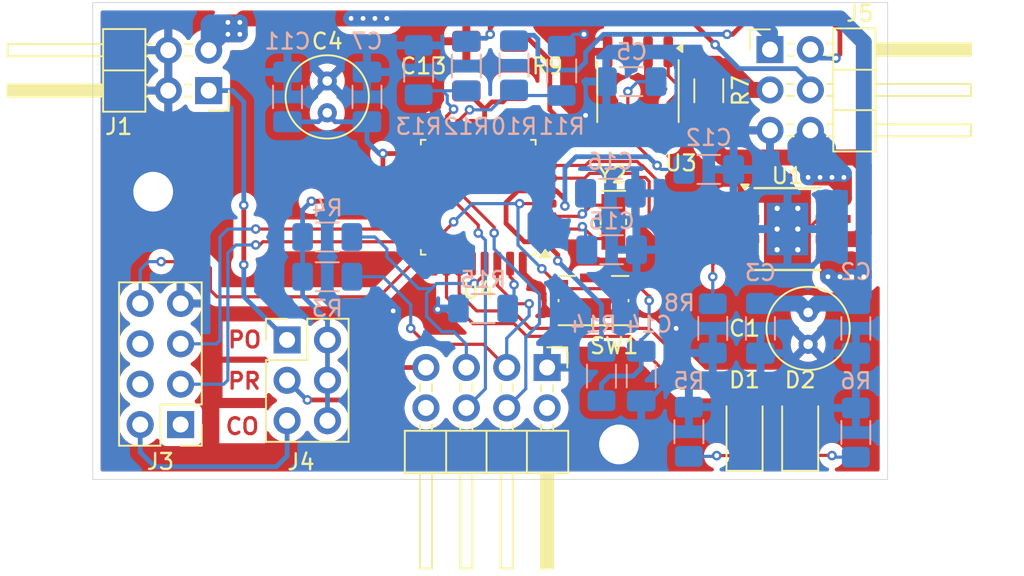
<source format=kicad_pcb>
(kicad_pcb (version 20240108) (generator "pcbnew") (generator_version "8.0")
  (layers (0 "F.Cu" signal) (31 "B.Cu" signal) (34 "B.Paste" user) (35 "F.Paste" user) (36 "B.SilkS" user "B.Silkscreen") (37 "F.SilkS" user "F.Silkscreen") (38 "B.Mask" user) (39 "F.Mask" user) (44 "Edge.Cuts" user))
  (net 0 "")
  (net 1 "+12P")
  (net 2 "GND")
  (net 3 "+3.3VP")
  (net 4 "/Power_and_IO/CURRENT_MEAS")
  (net 5 "/mcu/NRST")
  (net 6 "/mcu/OSC_IN")
  (net 7 "/mcu/OSC_OUT")
  (net 8 "/Power_and_IO/LED_GREEN")
  (net 9 "Net-(D1-K)")
  (net 10 "Net-(D2-K)")
  (net 11 "/Power_and_IO/LED_RED")
  (net 12 "+3.3V")
  (net 13 "/mcu/UART_RX")
  (net 14 "/Power_and_IO/SDA")
  (net 17 "/mcu/UART_TX")
  (net 18 "/Power_and_IO/SCL")
  (net 19 "VD")
  (net 21 "VDD")
  (net 22 "/mcu/SWDIO")
  (net 24 "+3.3VA")
  (net 25 "/mcu/SWCLK")
  (net 26 "/Power_and_IO/PULSE_02_12V")
  (net 27 "/Power_and_IO/OUT1")
  (net 28 "/Power_and_IO/OUT2")
  (net 29 "/Power_and_IO/PULSE_01_12V")
  (net 30 "/mcu/BOOT0")
  (net 31 "/Power_and_IO/I_LIM")
  (net 32 "/Power_and_IO/OUT1+")
  (net 33 "/Power_and_IO/PULSE_01_3v3")
  (net 34 "/Power_and_IO/AMP_SIG")
  (net 35 "/Power_and_IO/PULSE_02_3v3")
  (net 36 "/Power_and_IO/PWM1")
  (net 37 "/Power_and_IO/PWM2")
  (footprint "Package_SO:Texas_HTSOP-8-1EP_3.9x4.9mm_P1.27mm_EP2.95x4.9mm_Mask2.4x3.1mm_ThermalVias" (layer "F.Cu") (at 60.2 29.25)
    (property "Reference" "U1")
    (property "Value" "DRV8871DDA" (hide yes))
  )
  (footprint "Capacitor_THT:C_Radial_D5.0mm_H5.0mm_P2.00mm" (layer "F.Cu") (at 61.5 34.5 -90)
    (property "Reference" "C1")
    (property "Value" "47 uF" (hide yes))
  )
  (footprint "Crystal:Crystal_SMD_MicroCrystal_CC8V-T1A-2Pin_2.0x1.2mm_HandSoldering" (layer "F.Cu") (at 49.25 28.8 -90)
    (property "Reference" "Y2")
    (property "Value" "CM8V-T1A-32.768KHZ" (hide yes))
  )
  (footprint "Resistor_SMD:R_1206_3216Metric_Pad1.30x1.75mm_HandSolder" (layer "F.Cu") (at 55.25 20.55 90)
    (property "Reference" "R7")
    (property "Value" "0R006")
  )
  (footprint "LED_SMD:LED_1206_3216Metric_Pad1.42x1.75mm_HandSolder" (layer "F.Cu") (at 57.5 42 90)
    (property "Reference" "D1")
    (property "Value" "LED" (hide yes))
  )
  (footprint "Connector_PinHeader_2.54mm:PinHeader_2x04_P2.54mm_Horizontal" (layer "F.Cu") (at 45.08 37.96 -90)
    (property "Reference" "J2" (hide yes))
    (property "Value" "CONTROLLER IN/OUT" (hide yes))
  )
  (footprint "Connector_PinHeader_2.54mm:PinHeader_2x02_P2.54mm_Horizontal" (layer "F.Cu") (at 23.79 20.54 180)
    (property "Reference" "J1")
    (property "Value" "POWER IN")
  )
  (footprint "Capacitor_SMD:C_1206_3216Metric_Pad1.33x1.80mm_HandSolder" (layer "F.Cu") (at 40 19 90)
    (property "Reference" "C13")
    (property "Value" "100 nF" (hide yes))
  )
  (footprint "Capacitor_THT:C_Radial_D5.0mm_H5.0mm_P2.00mm" (layer "F.Cu") (at 31.25 21.9375 90)
    (property "Reference" "C4")
    (property "Value" "10 uF" (hide yes))
  )
  (footprint "Package_QFP:LQFP-32_7x7mm_P0.8mm" (layer "F.Cu") (at 40.75 27.25 180)
    (property "Reference" "U4")
    (property "Value" "STM32L051K8Tx" (hide yes))
  )
  (footprint "Connector_PinHeader_2.54mm:PinHeader_2x03_P2.54mm_Vertical" (layer "F.Cu") (at 28.725 36.225)
    (property "Reference" "J4")
    (property "Value" "SUPPLY SELECTOR" (hide yes))
  )
  (footprint "Connector_PinHeader_2.54mm:PinHeader_2x03_P2.54mm_Horizontal" (layer "F.Cu") (at 59.1 17.96)
    (property "Reference" "J5")
    (property "Value" "FAN I/O")
  )
  (footprint "Package_SO:SOIC-8_3.9x4.9mm_P1.27mm" (layer "F.Cu") (at 50.795 20.575 -90)
    (property "Reference" "U3")
    (property "Value" "INA240A3D")
  )
  (footprint "Resistor_SMD:R_1206_3216Metric_Pad1.30x1.75mm_HandSolder" (layer "F.Cu") (at 43 19 -90)
    (property "Reference" "R9")
    (property "Value" "100R" (hide yes))
  )
  (footprint "Button_Switch_SMD:SW_Push_1P1T-SH_NO_CK_KMR2xxG" (layer "F.Cu") (at 48 33.75)
    (property "Reference" "SW1")
    (property "Value" "RST_BUTTON" (hide yes))
  )
  (footprint "Connector_PinHeader_2.54mm:PinHeader_2x04_P2.54mm_Vertical" (layer "F.Cu") (at 22.025 41.55 180)
    (property "Reference" "J3")
    (property "Value" "PROGRAMMER" (hide yes))
  )
  (footprint "LED_SMD:LED_1206_3216Metric_Pad1.42x1.75mm_HandSolder" (layer "F.Cu") (at 61 42 90)
    (property "Reference" "D2")
    (property "Value" "LED" (hide yes))
  )
  (footprint "Capacitor_SMD:C_1206_3216Metric_Pad1.33x1.80mm_HandSolder" (layer "B.Cu") (at 49.0625 27)
    (property "Reference" "C16")
    (property "Value" "100 nF" (hide yes))
  )
  (footprint "Capacitor_SMD:C_1206_3216Metric_Pad1.33x1.80mm_HandSolder" (layer "B.Cu") (at 33.75 20.9375 90)
    (property "Reference" "C7")
    (property "Value" "100 nF" (hide yes))
  )
  (footprint "Capacitor_SMD:C_1206_3216Metric_Pad1.33x1.80mm_HandSolder" (layer "B.Cu") (at 58.5 35.5 -90)
    (property "Reference" "C3")
    (property "Value" "100 nF" (hide yes))
  )
  (footprint "Capacitor_SMD:C_1206_3216Metric_Pad1.33x1.80mm_HandSolder" (layer "B.Cu") (at 28.75 20.9375 90)
    (property "Reference" "C11")
    (property "Value" "100 nF" (hide yes))
  )
  (footprint "Capacitor_SMD:C_1206_3216Metric_Pad1.33x1.80mm_HandSolder" (layer "B.Cu") (at 64.5 35.5 -90)
    (property "Reference" "C2")
    (property "Value" "100 nF" (hide yes))
  )
  (footprint "Resistor_SMD:R_1206_3216Metric_Pad1.30x1.75mm_HandSolder" (layer "B.Cu") (at 64.5 42.05 90)
    (property "Reference" "R6")
    (property "Value" "220 R" (hide yes))
  )
  (footprint "Resistor_SMD:R_1206_3216Metric_Pad1.30x1.75mm_HandSolder" (layer "B.Cu") (at 41.05 34.25 180)
    (property "Reference" "R15")
    (property "Value" "10k" (hide yes))
  )
  (footprint "Resistor_SMD:R_1206_3216Metric_Pad1.30x1.75mm_HandSolder" (layer "B.Cu") (at 37 19.25 90)
    (property "Reference" "R13")
    (property "Value" "7.5k" (hide yes))
  )
  (footprint "Capacitor_SMD:C_1206_3216Metric_Pad1.33x1.80mm_HandSolder" (layer "B.Cu") (at 51 38.5 -90)
    (property "Reference" "C14")
    (property "Value" "100 nF" (hide yes))
  )
  (footprint "Resistor_SMD:R_1206_3216Metric_Pad1.30x1.75mm_HandSolder" (layer "B.Cu") (at 46 19.3 90)
    (property "Reference" "R11")
    (property "Value" "7.5k" (hide yes))
  )
  (footprint "Resistor_SMD:R_1206_3216Metric_Pad1.30x1.75mm_HandSolder" (layer "B.Cu") (at 54 42 90)
    (property "Reference" "R5")
    (property "Value" "220 R" (hide yes))
  )
  (footprint "Resistor_SMD:R_1206_3216Metric_Pad1.30x1.75mm_HandSolder" (layer "B.Cu") (at 31.25 29.75 180)
    (property "Reference" "R4")
    (property "Value" "4.7k" (hide yes))
  )
  (footprint "Resistor_SMD:R_1206_3216Metric_Pad1.30x1.75mm_HandSolder" (layer "B.Cu") (at 43 18.95 -90)
    (property "Reference" "R10")
    (property "Value" "22k" (hide yes))
  )
  (footprint "Resistor_SMD:R_1206_3216Metric_Pad1.30x1.75mm_HandSolder" (layer "B.Cu") (at 31.25 32.25 180)
    (property "Reference" "R3")
    (property "Value" "4.7k" (hide yes))
  )
  (footprint "Capacitor_SMD:C_1206_3216Metric_Pad1.33x1.80mm_HandSolder" (layer "B.Cu") (at 49.1375 30.55)
    (property "Reference" "C15")
    (property "Value" "100 nF" (hide yes))
  )
  (footprint "Resistor_SMD:R_1206_3216Metric_Pad1.30x1.75mm_HandSolder" (layer "B.Cu") (at 55.5 35.5 -90)
    (property "Reference" "R8")
    (property "Value" "30k" (hide yes))
  )
  (footprint "Resistor_SMD:R_1206_3216Metric_Pad1.30x1.75mm_HandSolder" (layer "B.Cu") (at 48.5 38.5 -90)
    (property "Reference" "R14")
    (property "Value" "10k" (hide yes))
  )
  (footprint "Capacitor_SMD:C_1206_3216Metric_Pad1.33x1.80mm_HandSolder" (layer "B.Cu") (at 50.365 19.975 180)
    (property "Reference" "C5")
    (property "Value" "100 nF" (hide yes))
  )
  (footprint "Resistor_SMD:R_1206_3216Metric_Pad1.30x1.75mm_HandSolder" (layer "B.Cu") (at 40 19 -90)
    (property "Reference" "R12")
    (property "Value" "22k" (hide yes))
  )
  (footprint "Capacitor_SMD:C_1206_3216Metric_Pad1.33x1.80mm_HandSolder" (layer "B.Cu") (at 55.25 25.5)
    (property "Reference" "C12")
    (property "Value" "100 nF" (hide yes))
  )
  (gr_rect (start 16.5 15) (end 66.5 45) (stroke (width 0.05)) (fill none) (layer "Edge.Cuts"))
  (gr_text "PR" (at 24.9 39.4 0) (layer "F.Cu") (effects (font (size 1 1) (thickness 0.2) (bold yes)) (justify left bottom)))
  (gr_text "CO" (at 24.75 42.25 0) (layer "F.Cu") (effects (font (size 1 1) (thickness 0.2) (bold yes)) (justify left bottom)))
  (gr_text "PO" (at 24.9 36.8 0) (layer "F.Cu") (effects (font (size 1 1) (thickness 0.2) (bold yes)) (justify left bottom)))
  (segment (start 64.3 31.2) (end 63.25 32.25) (width 1) (layer "F.Cu") (net 1))
  (segment (start 65 31.9) (end 64.3 31.2) (width 1) (layer "F.Cu") (net 1))
  (segment (start 25.75 16.25) (end 25 16.25) (width 1) (layer "F.Cu") (net 1))
  (segment (start 62.75 32.25) (end 62.75 31.48) (width 1) (layer "F.Cu") (net 1))
  (segment (start 63.25 32.25) (end 62.75 32.25) (width 1) (layer "F.Cu") (net 1))
  (segment (start 62.75 31.48) (end 63.075 31.155) (width 1) (layer "F.Cu") (net 1))
  (segment (start 63.075 31.155) (end 64.255 31.155) (width 1) (layer "F.Cu") (net 1))
  (segment (start 26 16) (end 35 16) (width 1) (layer "F.Cu") (net 1))
  (segment (start 25 16.25) (end 25 17) (width 1) (layer "F.Cu") (net 1))
  (segment (start 64.255 31.155) (end 64.3 31.2) (width 1) (layer "F.Cu") (net 1))
  (segment (start 25.75 16.25) (end 26 16) (width 1) (layer "F.Cu") (net 1))
  (segment (start 65 32.25) (end 63.5 32.25) (width 1) (layer "F.Cu") (net 1))
  (segment (start 65 32.25) (end 65 31.9) (width 1) (layer "F.Cu") (net 1))
  (segment (start 25.75 17) (end 25 17) (width 1) (layer "F.Cu") (net 1))
  (via (at 25 17) (size 0.6) (drill 0.3) (layers "F.Cu" "B.Cu") (net 1))
  (via (at 33.5 16) (size 0.6) (drill 0.3) (layers "F.Cu" "B.Cu") (net 1))
  (via (at 25.75 16.25) (size 0.6) (drill 0.3) (layers "F.Cu" "B.Cu") (net 1))
  (via (at 35 16) (size 0.6) (drill 0.3) (layers "F.Cu" "B.Cu") (net 1))
  (via (at 64.25 32.25) (size 0.6) (drill 0.3) (layers "F.Cu" "B.Cu") (net 1))
  (via (at 65 32.25) (size 0.6) (drill 0.3) (layers "F.Cu" "B.Cu") (net 1))
  (via (at 62.75 32.25) (size 0.6) (drill 0.3) (layers "F.Cu" "B.Cu") (net 1))
  (via (at 34.25 16) (size 0.6) (drill 0.3) (layers "F.Cu" "B.Cu") (net 1))
  (via (at 25.75 17) (size 0.6) (drill 0.3) (layers "F.Cu" "B.Cu") (net 1))
  (via (at 25 16.25) (size 0.6) (drill 0.3) (layers "F.Cu" "B.Cu") (net 1))
  (via (at 63.5 32.25) (size 0.6) (drill 0.3) (layers "F.Cu" "B.Cu") (net 1))
  (via (at 32.75 16) (size 0.6) (drill 0.3) (layers "F.Cu" "B.Cu") (net 1))
  (segment (start 65 33.4375) (end 64.5 33.9375) (width 1) (layer "B.Cu") (net 1))
  (segment (start 24.65 17) (end 23.79 17.86) (width 1) (layer "B.Cu") (net 1))
  (segment (start 65 17.5) (end 63.5 16) (width 1) (layer "B.Cu") (net 1))
  (segment (start 33.5 16) (end 32.75 16) (width 1) (layer "B.Cu") (net 1))
  (segment (start 64.5 33.9375) (end 62.0625 33.9375) (width 1) (layer "B.Cu") (net 1))
  (segment (start 58.5 33.9375) (end 60.9375 33.9375) (width 1) (layer "B.Cu") (net 1))
  (segment (start 23.79 17.86) (end 23.79 16.36) (width 1) (layer "B.Cu") (net 1))
  (segment (start 25.75 16.25) (end 25.75 17) (width 1) (layer "B.Cu") (net 1))
  (segment (start 62.8125 32.25) (end 64.5 33.9375) (width 1) (layer "B.Cu") (net 1))
  (segment (start 25 16.25) (end 23.9 16.25) (width 1) (layer "B.Cu") (net 1))
  (segment (start 59.1 16.9) (end 58.2 16) (width 1) (layer "B.Cu") (net 1))
  (segment (start 64.5 33.9375) (end 64.5 33.25) (width 1) (layer "B.Cu") (net 1))
  (segment (start 62.75 32.25) (end 62.8125 32.25) (width 1) (layer "B.Cu") (net 1))
  (segment (start 60.9375 33.9375) (end 61.5 34.5) (width 1) (layer "B.Cu") (net 1))
  (segment (start 64.25 32.25) (end 64.25 33) (width 1) (layer "B.Cu") (net 1))
  (segment (start 23.79 16.36) (end 23.9 16.25) (width 1) (layer "B.Cu") (net 1))
  (segment (start 62.0625 33.9375) (end 61.5 34.5) (width 1) (layer "B.Cu") (net 1))
  (segment (start 58.2 16) (end 32.75 16) (width 1) (layer "B.Cu") (net 1))
  (segment (start 25.75 17) (end 24.65 17) (width 1) (layer "B.Cu") (net 1))
  (segment (start 24.65 17) (end 23.9 16.25) (width 1) (layer "B.Cu") (net 1))
  (segment (start 63.5 16) (end 58.2 16) (width 1) (layer "B.Cu") (net 1))
  (segment (start 65 32.25) (end 65 33.4375) (width 1) (layer "B.Cu") (net 1))
  (segment (start 35 16) (end 34.25 16) (width 1) (layer "B.Cu") (net 1))
  (segment (start 59.1 17.96) (end 59.1 16.9) (width 1) (layer "B.Cu") (net 1))
  (segment (start 34.25 16) (end 33.5 16) (width 1) (layer "B.Cu") (net 1))
  (segment (start 64.5 33.25) (end 64.25 33) (width 1) (layer "B.Cu") (net 1))
  (segment (start 65 32.25) (end 65 17.5) (width 1) (layer "B.Cu") (net 1))
  (segment (start 59.55 27.95) (end 59.55 29.25) (width 0.2) (layer "F.Cu") (net 2))
  (segment (start 35.5 34.3) (end 35.4 34.4) (width 0.3) (layer "F.Cu") (net 2))
  (segment (start 60.85 27.95) (end 59.55 27.95) (width 0.2) (layer "F.Cu") (net 2))
  (segment (start 48.89 18.1) (end 48.89 20.71) (width 0.2) (layer "F.Cu") (net 2))
  (segment (start 60.85 30.55) (end 60.85 29.25) (width 0.2) (layer "F.Cu") (net 2))
  (segment (start 45.35 34.55) (end 45.95 34.55) (width 0.3) (layer "F.Cu") (net 2))
  (segment (start 62.135 28.615) (end 61.5 29.25) (width 0.2) (layer "F.Cu") (net 2))
  (segment (start 48.89 18.1) (end 48.89 17.49) (width 0.2) (layer "F.Cu") (net 2))
  (segment (start 63.725 28.615) (end 62.135 28.615) (width 0.2) (layer "F.Cu") (net 2))
  (segment (start 60.85 27.95) (end 60.85 29.25) (width 0.2) (layer "F.Cu") (net 2))
  (segment (start 44.9 33.3) (end 44.9 34.1) (width 0.3) (layer "F.Cu") (net 2))
  (segment (start 59.55 30.55) (end 60.85 30.55) (width 0.2) (layer "F.Cu") (net 2))
  (segment (start 59.55 29.25) (end 59.55 30.55) (width 0.2) (layer "F.Cu") (net 2))
  (segment (start 43.55 31.95) (end 44.9 33.3) (width 0.3) (layer "F.Cu") (net 2))
  (segment (start 38.2 34.3) (end 35.5 34.3) (width 0.3) (layer "F.Cu") (net 2))
  (segment (start 44.9 34.1) (end 45.35 34.55) (width 0.3) (layer "F.Cu") (net 2))
  (segment (start 48.89 17.49) (end 48.7 17.3) (width 0.2) (layer "F.Cu") (net 2))
  (segment (start 48.7 17.3) (end 47.7 17.3) (width 0.2) (layer "F.Cu") (net 2))
  (segment (start 60.85 29.25) (end 59.55 29.25) (width 0.2) (layer "F.Cu") (net 2))
  (segment (start 47.7 17.3) (end 47.4 17) (width 0.2) (layer "F.Cu") (net 2))
  (segment (start 48.89 20.71) (end 47.5 22.1) (width 0.2) (layer "F.Cu") (net 2))
  (segment (start 43.55 31.425) (end 43.55 31.95) (width 0.3) (layer "F.Cu") (net 2))
  (via (at 20.3 26.9) (size 3) (drill 2.5) (layers "F.Cu" "B.Cu") (net 2))
  (via (at 53.2 35.5) (size 0.6) (drill 0.3) (layers "F.Cu" "B.Cu") (net 2))
  (via (at 47.4 17) (size 0.6) (drill 0.3) (layers "F.Cu" "B.Cu") (net 2))
  (via (at 35.4 34.4) (size 0.6) (drill 0.3) (layers "F.Cu" "B.Cu") (net 2))
  (via (at 47.5 22.1) (size 0.6) (drill 0.3) (layers "F.Cu" "B.Cu") (net 2))
  (via (at 38.2 34.3) (size 0.6) (drill 0.3) (layers "F.Cu" "B.Cu") (net 2))
  (via (at 49.6 42.8) (size 3) (drill 2.5) (layers "F.Cu" "B.Cu") (net 2))
  (segment (start 51.4375 40.0625) (end 53.2 38.3) (width 0.3) (layer "B.Cu") (net 2))
  (segment (start 53.2 38.3) (end 53.2 35.5) (width 0.3) (layer "B.Cu") (net 2))
  (segment (start 47.4 17) (end 46.75 17) (width 0.2) (layer "B.Cu") (net 2))
  (segment (start 39.5 34.25) (end 38.2 34.3) (width 0.3) (layer "B.Cu") (net 2))
  (segment (start 38.2 34.3) (end 38.15 34.25) (width 0.3) (layer "B.Cu") (net 2))
  (segment (start 51 40.0625) (end 51.4375 40.0625) (width 0.3) (layer "B.Cu") (net 2))
  (segment (start 46.75 17) (end 46 17.75) (width 0.2) (layer "B.Cu") (net 2))
  (segment (start 34.75 27) (end 34.75 24.5) (width 0.3) (layer "F.Cu") (net 3))
  (segment (start 46.2 27.375001) (end 45.674999 26.85) (width 0.3) (layer "F.Cu") (net 3))
  (segment (start 30.25 27.5) (end 34.25 27.5) (width 0.3) (layer "F.Cu") (net 3))
  (segment (start 50.16 20.6) (end 50.16 23.05) (width 0.2) (layer "F.Cu") (net 3))
  (segment (start 40.830761 24.45) (end 43.230761 26.85) (width 0.3) (layer "F.Cu") (net 3))
  (segment (start 43.65 30.05) (end 42.5 28.9) (width 0.3) (layer "F.Cu") (net 3))
  (segment (start 50.16 23.41) (end 50.16 23.05) (width 0.2) (layer "F.Cu") (net 3))
  (segment (start 52 25.25) (end 50.16 23.41) (width 0.2) (layer "F.Cu") (net 3))
  (segment (start 42.5 28.9) (end 42.5 27.580761) (width 0.3) (layer "F.Cu") (net 3))
  (segment (start 42.5 27.580761) (end 43.230761 26.85) (width 0.3) (layer "F.Cu") (net 3))
  (segment (start 34.75 24.5) (end 36.525 24.5) (width 0.3) (layer "F.Cu") (net 3))
  (segment (start 43.230761 26.85) (end 44.925 26.85) (width 0.3) (layer "F.Cu") (net 3))
  (segment (start 36.525 24.5) (end 36.575 24.45) (width 0.2) (layer "F.Cu") (net 3))
  (segment (start 34.25 27.5) (end 34.75 27) (width 0.3) (layer "F.Cu") (net 3))
  (segment (start 45.75 30.875) (end 45.75 31.25) (width 0.3) (layer "F.Cu") (net 3))
  (segment (start 45.674999 26.85) (end 44.925 26.85) (width 0.2) (layer "F.Cu") (net 3))
  (segment (start 46.2 27.8) (end 46.2 27.375001) (width 0.2) (layer "F.Cu") (net 3))
  (segment (start 44.925 30.05) (end 43.65 30.05) (width 0.3) (layer "F.Cu") (net 3))
  (segment (start 44.925 30.05) (end 45.75 30.875) (width 0.3) (layer "F.Cu") (net 3))
  (segment (start 36.575 24.45) (end 40.830761 24.45) (width 0.3) (layer "F.Cu") (net 3))
  (segment (start 50.16 23.05) (end 51.43 23.05) (width 0.2) (layer "F.Cu") (net 3))
  (via (at 30.25 27.5) (size 0.6) (drill 0.3) (layers "F.Cu" "B.Cu") (net 3))
  (via (at 50.16 20.6) (size 0.6) (drill 0.3) (layers "F.Cu" "B.Cu") (net 3))
  (via (at 45.75 31.25) (size 0.6) (drill 0.3) (layers "F.Cu" "B.Cu") (net 3))
  (via (at 46.2 27.8) (size 0.6) (drill 0.3) (layers "F.Cu" "B.Cu") (net 3))
  (via (at 52 25.25) (size 0.6) (drill 0.3) (layers "F.Cu" "B.Cu") (net 3))
  (via (at 34.75 24.5) (size 0.6) (drill 0.3) (layers "F.Cu" "B.Cu") (net 3))
  (segment (start 31.75 22.5) (end 33.75 22.5) (width 0.3) (layer "B.Cu") (net 3))
  (segment (start 29.7 33.45) (end 29.7 32.25) (width 0.3) (layer "B.Cu") (net 3))
  (segment (start 48.5 34) (end 48.5 36.95) (width 0.3) (layer "B.Cu") (net 3))
  (segment (start 50.785 19.975) (end 51.9275 19.975) (width 0.2) (layer "B.Cu") (net 3))
  (segment (start 31.265 36.225) (end 31.265 38.765) (width 0.3) (layer "B.Cu") (net 3))
  (segment (start 45.75 31.25) (end 48.5 34) (width 0.3) (layer "B.Cu") (net 3))
  (segment (start 46.2 25.4) (end 46.2 27.8) (width 0.3) (layer "B.Cu") (net 3))
  (segment (start 51.9275 19.975) (end 51.073529 19.975) (width 0.2) (layer "B.Cu") (net 3))
  (segment (start 51.45 24.7) (end 46.9 24.7) (width 0.3) (layer "B.Cu") (net 3))
  (segment (start 46.9 24.7) (end 46.2 25.4) (width 0.3) (layer "B.Cu") (net 3))
  (segment (start 31.25 21.9375) (end 31.25 22) (width 0.2) (layer "B.Cu") (net 3))
  (segment (start 29.7 32.25) (end 29.7 29.75) (width 0.3) (layer "B.Cu") (net 3))
  (segment (start 31.265 36.225) (end 31.265 35.015) (width 0.3) (layer "B.Cu") (net 3))
  (segment (start 31.265 35.015) (end 29.7 33.45) (width 0.3) (layer "B.Cu") (net 3))
  (segment (start 31.265 38.765) (end 31.265 41.305) (width 0.3) (layer "B.Cu") (net 3))
  (segment (start 50.16 20.6) (end 50.785 19.975) (width 0.2) (layer "B.Cu") (net 3))
  (segment (start 34.75 24.5) (end 34.5 24.5) (width 0.2) (layer "B.Cu") (net 3))
  (segment (start 29.7 29.75) (end 29.7 28.05) (width 0.3) (layer "B.Cu") (net 3))
  (segment (start 30.6875 22.5) (end 31.25 21.9375) (width 0.3) (layer "B.Cu") (net 3))
  (segment (start 34.5 24.5) (end 33.75 23.75) (width 0.3) (layer "B.Cu") (net 3))
  (segment (start 33.75 23.75) (end 33.75 22.5) (width 0.3) (layer "B.Cu") (net 3))
  (segment (start 52 25.25) (end 51.45 24.7) (width 0.3) (layer "B.Cu") (net 3))
  (segment (start 29.7 28.05) (end 30.25 27.5) (width 0.3) (layer "B.Cu") (net 3))
  (segment (start 31.25 22) (end 31.75 22.5) (width 0.3) (layer "B.Cu") (net 3))
  (segment (start 52 25.25) (end 52.25 25.5) (width 0.2) (layer "B.Cu") (net 3))
  (segment (start 52.25 25.5) (end 53.6875 25.5) (width 0.2) (layer "B.Cu") (net 3))
  (segment (start 28.75 22.5) (end 30.6875 22.5) (width 0.3) (layer "B.Cu") (net 3))
  (segment (start 42.3 21.25) (end 43 20.55) (width 0.3) (layer "F.Cu") (net 4))
  (segment (start 41.15 23.075) (end 41.15 21.7125) (width 0.3) (layer "F.Cu") (net 4))
  (segment (start 41.15 21.7125) (end 41.6125 21.25) (width 0.3) (layer "F.Cu") (net 4))
  (segment (start 41.15 21.7125) (end 40 20.5625) (width 0.3) (layer "F.Cu") (net 4))
  (segment (start 41.6125 21.25) (end 42.3 21.25) (width 0.3) (layer "F.Cu") (net 4))
  (segment (start 51.5 33.75) (end 51.5 33.5) (width 0.3) (layer "F.Cu") (net 5))
  (segment (start 44.75 31.75) (end 46 33) (width 0.2) (layer "F.Cu") (net 5))
  (segment (start 39.2 28.820494) (end 39.2 28.8) (width 0.2) (layer "F.Cu") (net 5))
  (segment (start 43.35 27.65) (end 44.925 27.65) (width 0.2) (layer "F.Cu") (net 5))
  (segment (start 34.5 33.520494) (end 34.510247 33.510247) (width 0.2) (layer "F.Cu") (net 5))
  (segment (start 23.9 33.1) (end 24.310247 33.510247) (width 0.2) (layer "F.Cu") (net 5))
  (segment (start 50 33) (end 50.05 32.95) (width 0.2) (layer "F.Cu") (net 5))
  (segment (start 34.510247 33.510247) (end 39.2 28.820494) (width 0.2) (layer "F.Cu") (net 5))
  (segment (start 50.95 32.95) (end 50.05 32.95) (width 0.2) (layer "F.Cu") (net 5))
  (segment (start 24.310247 33.510247) (end 34.510247 33.510247) (width 0.2) (layer "F.Cu") (net 5))
  (segment (start 20.8 31.3) (end 23.5 31.3) (width 0.2) (layer "F.Cu") (net 5))
  (segment (start 45.8 32.95) (end 45.95 32.95) (width 0.2) (layer "F.Cu") (net 5))
  (segment (start 46 33) (end 50 33) (width 0.2) (layer "F.Cu") (net 5))
  (segment (start 23.9 31.7) (end 23.9 33.1) (width 0.2) (layer "F.Cu") (net 5))
  (segment (start 23.5 31.3) (end 23.9 31.7) (width 0.2) (layer "F.Cu") (net 5))
  (segment (start 51.5 33.5) (end 50.95 32.95) (width 0.2) (layer "F.Cu") (net 5))
  (via (at 39.2 28.8) (size 0.6) (drill 0.3) (layers "F.Cu" "B.Cu") (net 5))
  (via (at 44.75 31.75) (size 0.6) (drill 0.3) (layers "F.Cu" "B.Cu") (net 5))
  (via (at 43.35 27.65) (size 0.6) (drill 0.3) (layers "F.Cu" "B.Cu") (net 5))
  (via (at 51.5 33.75) (size 0.6) (drill 0.3) (layers "F.Cu" "B.Cu") (net 5))
  (via (at 20.8 31.3) (size 0.6) (drill 0.3) (layers "F.Cu" "B.Cu") (net 5))
  (segment (start 19.485 31.815) (end 20 31.3) (width 0.2) (layer "B.Cu") (net 5))
  (segment (start 19.485 33.93) (end 19.485 31.815) (width 0.2) (layer "B.Cu") (net 5))
  (segment (start 43.35 27.65) (end 43.25 27.75) (width 0.2) (layer "B.Cu") (net 5))
  (segment (start 49 38.5) (end 50.5 38.5) (width 0.3) (layer "B.Cu") (net 5))
  (segment (start 40.35 27.65) (end 43.35 27.65) (width 0.2) (layer "B.Cu") (net 5))
  (segment (start 51 36.25) (end 51.5 35.75) (width 0.2) (layer "B.Cu") (net 5))
  (segment (start 39.2 28.8) (end 40.35 27.65) (width 0.2) (layer "B.Cu") (net 5))
  (segment (start 43.25 27.75) (end 43.25 30.25) (width 0.2) (layer "B.Cu") (net 5))
  (segment (start 48.5 40.05) (end 48.5 39) (width 0.3) (layer "B.Cu") (net 5))
  (segment (start 51 36.25) (end 51 36.9375) (width 0.3) (layer "B.Cu") (net 5))
  (segment (start 43.25 30.25) (end 44.75 31.75) (width 0.2) (layer "B.Cu") (net 5))
  (segment (start 48.5 39) (end 49 38.5) (width 0.3) (layer "B.Cu") (net 5))
  (segment (start 51.5 35.75) (end 51.5 33.75) (width 0.2) (layer "B.Cu") (net 5))
  (segment (start 51 38) (end 51 36.9375) (width 0.3) (layer "B.Cu") (net 5))
  (segment (start 50.5 38.5) (end 51 38) (width 0.3) (layer "B.Cu") (net 5))
  (segment (start 20 31.3) (end 20.8 31.3) (width 0.2) (layer "B.Cu") (net 5))
  (segment (start 48.05 29.85) (end 49.25 29.85) (width 0.2) (layer "F.Cu") (net 6))
  (segment (start 44.925 29.25) (end 47.15 29.25) (width 0.2) (layer "F.Cu") (net 6))
  (segment (start 47.3 29.1) (end 48.05 29.85) (width 0.2) (layer "F.Cu") (net 6))
  (segment (start 47.15 29.25) (end 47.3 29.1) (width 0.3) (layer "F.Cu") (net 6))
  (via (at 47.3 29.1) (size 0.6) (drill 0.3) (layers "F.Cu" "B.Cu") (net 6))
  (segment (start 47.5 30.4875) (end 47.4375 30.55) (width 0.2) (layer "B.Cu") (net 6))
  (segment (start 47.3 29.1) (end 47.5 29.3) (width 0.2) (layer "B.Cu") (net 6))
  (segment (start 47.5 29.3) (end 47.5 30.4875) (width 0.2) (layer "B.Cu") (net 6))
  (segment (start 47.149997 28.45) (end 47.3 28.299997) (width 0.3) (layer "F.Cu") (net 7))
  (segment (start 44.925 28.45) (end 47.149997 28.45) (width 0.2) (layer "F.Cu") (net 7))
  (segment (start 47.849997 27.75) (end 49.25 27.75) (width 0.2) (layer "F.Cu") (net 7))
  (segment (start 47.3 28.299997) (end 47.849997 27.75) (width 0.2) (layer "F.Cu") (net 7))
  (via (at 47.3 28.299997) (size 0.6) (drill 0.3) (layers "F.Cu" "B.Cu") (net 7))
  (segment (start 47.5 28.1) (end 47.5 27) (width 0.2) (layer "B.Cu") (net 7))
  (segment (start 47.3 28.299997) (end 47.300003 28.299997) (width 0.2) (layer "B.Cu") (net 7))
  (segment (start 47.300003 28.299997) (end 47.5 28.1) (width 0.2) (layer "B.Cu") (net 7))
  (segment (start 47.3 28.299997) (end 47.3 28.236323) (width 0.2) (layer "B.Cu") (net 7))
  (segment (start 57 39.25) (end 53.5 39.25) (width 0.2) (layer "F.Cu") (net 8))
  (segment (start 43.006498 35.2) (end 40.416396 35.2) (width 0.2) (layer "F.Cu") (net 8))
  (segment (start 40.416396 35.2) (end 38.75 33.533604) (width 0.2) (layer "F.Cu") (net 8))
  (segment (start 53.5 39.25) (end 50.25 36) (width 0.2) (layer "F.Cu") (net 8))
  (segment (start 57.5 40.5125) (end 57.5 39.75) (width 0.2) (layer "F.Cu") (net 8))
  (segment (start 57.5 39.75) (end 57 39.25) (width 0.2) (layer "F.Cu") (net 8))
  (segment (start 50.25 36) (end 43.806498 36) (width 0.2) (layer "F.Cu") (net 8))
  (segment (start 43.806498 36) (end 43.006498 35.2) (width 0.2) (layer "F.Cu") (net 8))
  (segment (start 38.75 33.533604) (end 38.75 31.425) (width 0.2) (layer "F.Cu") (net 8))
  (segment (start 55.75 43.5) (end 57.4875 43.5) (width 0.2) (layer "F.Cu") (net 9))
  (segment (start 57.4875 43.5) (end 57.5 43.4875) (width 0.2) (layer "F.Cu") (net 9))
  (via (at 55.75 43.5) (size 0.6) (drill 0.3) (layers "F.Cu" "B.Cu") (net 9))
  (segment (start 55.75 43.5) (end 55.5 43.5) (width 0.2) (layer "B.Cu") (net 9))
  (segment (start 54 43.55) (end 55.45 43.55) (width 0.2) (layer "B.Cu") (net 9))
  (segment (start 55.45 43.55) (end 55.75 43.5) (width 0.2) (layer "B.Cu") (net 9))
  (segment (start 62.7375 43.4875) (end 61 43.4875) (width 0.2) (layer "F.Cu") (net 10))
  (segment (start 63 43.5) (end 62.75 43.5) (width 0.2) (layer "F.Cu") (net 10))
  (segment (start 62.75 43.5) (end 62.7375 43.4875) (width 0.2) (layer "F.Cu") (net 10))
  (via (at 63 43.5) (size 0.6) (drill 0.3) (layers "F.Cu" "B.Cu") (net 10))
  (segment (start 64.5 43.6) (end 63.1 43.6) (width 0.2) (layer "B.Cu") (net 10))
  (segment (start 63.1 43.6) (end 63 43.5) (width 0.2) (layer "B.Cu") (net 10))
  (segment (start 61 39.25) (end 60.5 38.75) (width 0.2) (layer "F.Cu") (net 11))
  (segment (start 60.5 38.75) (end 54.75 38.75) (width 0.2) (layer "F.Cu") (net 11))
  (segment (start 40.65 34.4) (end 39.55 33.3) (width 0.2) (layer "F.Cu") (net 11))
  (segment (start 44.013604 35.5) (end 42.913604 34.4) (width 0.2) (layer "F.Cu") (net 11))
  (segment (start 51.5 35.5) (end 44.013604 35.5) (width 0.2) (layer "F.Cu") (net 11))
  (segment (start 39.55 33.3) (end 39.55 31.425) (width 0.2) (layer "F.Cu") (net 11))
  (segment (start 61 40.5125) (end 61 39.25) (width 0.2) (layer "F.Cu") (net 11))
  (segment (start 54.75 38.75) (end 51.5 35.5) (width 0.2) (layer "F.Cu") (net 11))
  (segment (start 42.913604 34.4) (end 40.65 34.4) (width 0.2) (layer "F.Cu") (net 11))
  (segment (start 26 31.5) (end 26 27.75) (width 0.3) (layer "F.Cu") (net 12))
  (via (at 26 31.5) (size 0.6) (drill 0.3) (layers "F.Cu" "B.Cu") (net 12))
  (via (at 26 27.75) (size 0.6) (drill 0.3) (layers "F.Cu" "B.Cu") (net 12))
  (segment (start 25.29 20.54) (end 23.79 20.54) (width 0.3) (layer "B.Cu") (net 12))
  (segment (start 28.725 36.225) (end 26 33.5) (width 0.3) (layer "B.Cu") (net 12))
  (segment (start 26 21.25) (end 25.29 20.54) (width 0.3) (layer "B.Cu") (net 12))
  (segment (start 26 27.75) (end 26 21.25) (width 0.3) (layer "B.Cu") (net 12))
  (segment (start 26 33.5) (end 26 31.5) (width 0.3) (layer "B.Cu") (net 12))
  (segment (start 40.75 29) (end 40.75 29.5) (width 0.2) (layer "F.Cu") (net 13))
  (segment (start 36.575 26.85) (end 38.6 26.85) (width 0.2) (layer "F.Cu") (net 13))
  (segment (start 38.6 26.85) (end 40.75 29) (width 0.2) (layer "F.Cu") (net 13))
  (via (at 40.75 29.5) (size 0.6) (drill 0.3) (layers "F.Cu" "B.Cu") (net 13))
  (segment (start 41.2 39.3) (end 40 40.5) (width 0.2) (layer "B.Cu") (net 13))
  (segment (start 40.75 29.5) (end 41.2 29.95) (width 0.2) (layer "B.Cu") (net 13))
  (segment (start 41.2 29.95) (end 41.2 39.3) (width 0.2) (layer "B.Cu") (net 13))
  (segment (start 41.95 32.8) (end 41.95 30.925) (width 0.2) (layer "F.Cu") (net 14))
  (segment (start 43.100735 33.950735) (end 41.95 32.8) (width 0.2) (layer "F.Cu") (net 14))
  (segment (start 43.950735 33.950735) (end 43.100735 33.950735) (width 0.2) (layer "F.Cu") (net 14))
  (segment (start 41.08 36.5) (end 42.54 37.96) (width 0.2) (layer "F.Cu") (net 14))
  (segment (start 37.5 36.5) (end 41.08 36.5) (width 0.2) (layer "F.Cu") (net 14))
  (segment (start 36.5 35.5) (end 37.5 36.5) (width 0.2) (layer "F.Cu") (net 14))
  (via (at 36.5 35.5) (size 0.6) (drill 0.3) (layers "F.Cu" "B.Cu") (net 14))
  (via (at 43.950735 33.950735) (size 0.6) (drill 0.3) (layers "F.Cu" "B.Cu") (net 14))
  (segment (start 42.54 37.96) (end 42.54 36.119744) (width 0.2) (layer "B.Cu") (net 14))
  (segment (start 36.5 34) (end 36.5 35.5) (width 0.2) (layer "B.Cu") (net 14))
  (segment (start 42.54 36.119744) (end 42.909744 35.75) (width 0.2) (layer "B.Cu") (net 14))
  (segment (start 32.8 32.25) (end 34.75 32.25) (width 0.2) (layer "B.Cu") (net 14))
  (segment (start 43.950735 33.950735) (end 43.950735 34.709009) (width 0.2) (layer "B.Cu") (net 14))
  (segment (start 43.950735 34.709009) (end 42.909744 35.75) (width 0.2) (layer "B.Cu") (net 14))
  (segment (start 34.75 32.25) (end 36.5 34) (width 0.2) (layer "B.Cu") (net 14))
  (segment (start 36.575 26.05) (end 38.663604 26.05) (width 0.2) (layer "F.Cu") (net 17))
  (segment (start 38.663604 26.05) (end 41.75 29.136396) (width 0.2) (layer "F.Cu") (net 17))
  (segment (start 41.75 29.136396) (end 41.75 29.5) (width 0.2) (layer "F.Cu") (net 17))
  (via (at 41.75 29.5) (size 0.6) (drill 0.3) (layers "F.Cu" "B.Cu") (net 17))
  (segment (start 41.75 30.5) (end 44.600735 33.350735) (width 0.2) (layer "B.Cu") (net 17))
  (segment (start 44.600735 33.350735) (end 44.600735 35.199265) (width 0.2) (layer "B.Cu") (net 17))
  (segment (start 44.600735 35.199265) (end 43.74 36.06) (width 0.2) (layer "B.Cu") (net 17))
  (segment (start 43.74 36.06) (end 43.74 39.3) (width 0.2) (layer "B.Cu") (net 17))
  (segment (start 43.74 39.3) (end 42.54 40.5) (width 0.2) (layer "B.Cu") (net 17))
  (segment (start 41.75 29.5) (end 41.75 30.5) (width 0.2) (layer "B.Cu") (net 17))
  (segment (start 40.575001 32.674999) (end 41.15 32.1) (width 0.2) (layer "F.Cu") (net 18))
  (segment (start 40.48759 32.674999) (end 40.575001 32.674999) (width 0.2) (layer "F.Cu") (net 18))
  (segment (start 41.15 32.1) (end 41.15 30.925) (width 0.2) (layer "F.Cu") (net 18))
  (via (at 40.48759 32.674999) (size 0.6) (drill 0.3) (layers "F.Cu" "B.Cu") (net 18))
  (segment (start 40 37.96) (end 40 36.5) (width 0.2) (layer "B.Cu") (net 18))
  (segment (start 32.8 29.75) (end 34.25 29.75) (width 0.2) (layer "B.Cu") (net 18))
  (segment (start 37 33) (end 37.8 33) (width 0.2) (layer "B.Cu") (net 18))
  (segment (start 40 36.5) (end 39.2 35.7) (width 0.2) (layer "B.Cu") (net 18))
  (segment (start 35 31) (end 37 33) (width 0.2) (layer "B.Cu") (net 18))
  (segment (start 34.25 29.75) (end 35 30.5) (width 0.2) (layer "B.Cu") (net 18))
  (segment (start 37.5 34.75) (end 37.5 33.3) (width 0.2) (layer "B.Cu") (net 18))
  (segment (start 38.45 35.7) (end 37.5 34.75) (width 0.2) (layer "B.Cu") (net 18))
  (segment (start 38.125001 32.674999) (end 40.48759 32.674999) (width 0.2) (layer "B.Cu") (net 18))
  (segment (start 37.8 33) (end 38.125001 32.674999) (width 0.2) (layer "B.Cu") (net 18))
  (segment (start 35 30.5) (end 35 31) (width 0.2) (layer "B.Cu") (net 18))
  (segment (start 37.5 33.3) (end 37.8 33) (width 0.2) (layer "B.Cu") (net 18))
  (segment (start 39.2 35.7) (end 38.45 35.7) (width 0.2) (layer "B.Cu") (net 18))
  (segment (start 37.46 37.96) (end 35.29 37.96) (width 0.3) (layer "F.Cu") (net 19))
  (segment (start 35.29 37.96) (end 33.25 40) (width 0.3) (layer "F.Cu") (net 19))
  (segment (start 33.25 40) (end 32.75 40) (width 0.3) (layer "F.Cu") (net 19))
  (segment (start 32.75 40) (end 30 40) (width 0.3) (layer "F.Cu") (net 19))
  (via (at 30 40) (size 0.6) (drill 0.3) (layers "F.Cu" "B.Cu") (net 19))
  (segment (start 30 40) (end 29.96 40) (width 0.2) (layer "B.Cu") (net 19))
  (segment (start 29.96 40) (end 28.725 38.765) (width 0.3) (layer "B.Cu") (net 19))
  (segment (start 19.485 41.55) (end 19.485 43.285) (width 0.3) (layer "B.Cu") (net 21))
  (segment (start 19.485 43.285) (end 20.4 44.2) (width 0.3) (layer "B.Cu") (net 21))
  (segment (start 19.485 41.55) (end 19.485 41.265) (width 0.2) (layer "B.Cu") (net 21))
  (segment (start 28.05 44.2) (end 28.725 43.525) (width 0.3) (layer "B.Cu") (net 21))
  (segment (start 28.725 43.525) (end 28.725 41.305) (width 0.3) (layer "B.Cu") (net 21))
  (segment (start 20.4 44.2) (end 28.05 44.2) (width 0.3) (layer "B.Cu") (net 21))
  (segment (start 26.75 29.25) (end 36.575 29.25) (width 0.2) (layer "F.Cu") (net 22))
  (via (at 26.75 29.25) (size 0.6) (drill 0.3) (layers "F.Cu" "B.Cu") (net 22))
  (segment (start 25 29.25) (end 26.75 29.25) (width 0.2) (layer "B.Cu") (net 22))
  (segment (start 24.5 36.25) (end 24.5 29.75) (width 0.2) (layer "B.Cu") (net 22))
  (segment (start 24.28 36.47) (end 24.5 36.25) (width 0.2) (layer "B.Cu") (net 22))
  (segment (start 24.5 29.75) (end 25 29.25) (width 0.2) (layer "B.Cu") (net 22))
  (segment (start 22.025 36.47) (end 24.28 36.47) (width 0.2) (layer "B.Cu") (net 22))
  (segment (start 27.2 30.05) (end 36.575 30.05) (width 0.2) (layer "F.Cu") (net 25))
  (segment (start 26.75 30.25) (end 27 30.25) (width 0.2) (layer "F.Cu") (net 25))
  (segment (start 27 30.25) (end 27.2 30.05) (width 0.2) (layer "F.Cu") (net 25))
  (via (at 26.75 30.25) (size 0.6) (drill 0.3) (layers "F.Cu" "B.Cu") (net 25))
  (segment (start 22.025 39.01) (end 24.74 39.01) (width 0.2) (layer "B.Cu") (net 25))
  (segment (start 24.74 39.01) (end 25 38.75) (width 0.2) (layer "B.Cu") (net 25))
  (segment (start 25 38.75) (end 25 30.75) (width 0.2) (layer "B.Cu") (net 25))
  (segment (start 25.5 30.25) (end 26.75 30.25) (width 0.2) (layer "B.Cu") (net 25))
  (segment (start 25 30.75) (end 25.5 30.25) (width 0.2) (layer "B.Cu") (net 25))
  (segment (start 41.5 16.569544) (end 41.5 17) (width 0.3) (layer "F.Cu") (net 26))
  (segment (start 42.319544 15.75) (end 41.5 16.569544) (width 0.3) (layer "F.Cu") (net 26))
  (segment (start 53.75 15.75) (end 42.319544 15.75) (width 0.3) (layer "F.Cu") (net 26))
  (segment (start 55.65 17.65) (end 53.75 15.75) (width 0.3) (layer "F.Cu") (net 26))
  (via (at 41.5 17) (size 0.6) (drill 0.3) (layers "F.Cu" "B.Cu") (net 26))
  (via (at 55.65 17.65) (size 0.6) (drill 0.3) (layers "F.Cu" "B.Cu") (net 26))
  (segment (start 41.25 17.25) (end 40 17.25) (width 0.3) (layer "B.Cu") (net 26))
  (segment (start 57.16 19.16) (end 60.76 19.16) (width 0.3) (layer "B.Cu") (net 26))
  (segment (start 41.5 17) (end 41.25 17.25) (width 0.3) (layer "B.Cu") (net 26))
  (segment (start 60.76 19.16) (end 61.64 20.04) (width 0.3) (layer "B.Cu") (net 26))
  (segment (start 55.65 17.65) (end 57.16 19.16) (width 0.3) (layer "B.Cu") (net 26))
  (segment (start 53.2 20.1) (end 54.95 20.1) (width 0.2) (layer "F.Cu") (net 27))
  (segment (start 55.25 19.8) (end 55.25 19) (width 0.2) (layer "F.Cu") (net 27))
  (segment (start 52.7 19.6) (end 53.2 20.1) (width 0.2) (layer "F.Cu") (net 27))
  (segment (start 55.25 19.5) (end 55.5 19.25) (width 0.2) (layer "F.Cu") (net 27))
  (segment (start 55.25 19) (end 56.4 19) (width 1) (layer "F.Cu") (net 27))
  (segment (start 54.95 20.1) (end 55.25 19.8) (width 0.2) (layer "F.Cu") (net 27))
  (segment (start 57.9 20.5) (end 59.1 20.5) (width 1) (layer "F.Cu") (net 27))
  (segment (start 52.7 18.1) (end 52.7 19.6) (width 0.2) (layer "F.Cu") (net 27))
  (segment (start 56.4 19) (end 57.9 20.5) (width 1) (layer "F.Cu") (net 27))
  (segment (start 63.725 27.345) (end 63.725 26.725) (width 1) (layer "F.Cu") (net 28))
  (segment (start 63.725 26.725) (end 63 26) (width 1) (layer "F.Cu") (net 28))
  (segment (start 63.75 27.32) (end 63.725 27.345) (width 1) (layer "F.Cu") (net 28))
  (segment (start 61.5 26) (end 63.75 26) (width 1) (layer "F.Cu") (net 28))
  (segment (start 62.25 26) (end 63.5 26) (width 1) (layer "F.Cu") (net 28))
  (segment (start 63.75 26) (end 63.75 27.32) (width 1) (layer "F.Cu") (net 28))
  (via (at 61.5 26) (size 0.6) (drill 0.3) (layers "F.Cu" "B.Cu") (net 28))
  (via (at 62.25 26) (size 0.6) (drill 0.3) (layers "F.Cu" "B.Cu") (net 28))
  (via (at 63 26) (size 0.6) (drill 0.3) (layers "F.Cu" "B.Cu") (net 28))
  (via (at 63.75 26) (size 0.6) (drill 0.3) (layers "F.Cu" "B.Cu") (net 28))
  (segment (start 62.25 24.75) (end 60.7 24.75) (width 1) (layer "B.Cu") (net 28))
  (segment (start 61.5 25.55) (end 60.7 24.75) (width 1) (layer "B.Cu") (net 28))
  (segment (start 61.64 24.39) (end 61.64 23.04) (width 1) (layer "B.Cu") (net 28))
  (segment (start 61.75 25.75) (end 61.5 25.75) (width 1) (layer "B.Cu") (net 28))
  (segment (start 62.75 24.75) (end 62.25 24.75) (width 1) (layer "B.Cu") (net 28))
  (segment (start 61.5 26) (end 61.5 25.55) (width 1) (layer "B.Cu") (net 28))
  (segment (start 61.64 23.04) (end 62.75 24.15) (width 1) (layer "B.Cu") (net 28))
  (segment (start 60.7 23.98) (end 61.64 23.04) (width 1) (layer "B.Cu") (net 28))
  (segment (start 62.25 24.75) (end 62 24.75) (width 1) (layer "B.Cu") (net 28))
  (segment (start 63.75 25.75) (end 61.5 25.75) (width 1) (layer "B.Cu") (net 28))
  (segment (start 62.75 24.15) (end 62.75 24.75) (width 1) (layer "B.Cu") (net 28))
  (segment (start 63.75 25.75) (end 62.75 24.75) (width 1) (layer "B.Cu") (net 28))
  (segment (start 62.25 25.75) (end 63 25.75) (width 1) (layer "B.Cu") (net 28))
  (segment (start 63 25.75) (end 63.75 25.75) (width 1) (layer "B.Cu") (net 28))
  (segment (start 62 24.75) (end 61.64 24.39) (width 1) (layer "B.Cu") (net 28))
  (segment (start 60.7 24.75) (end 60.7 23.98) (width 1) (layer "B.Cu") (net 28))
  (segment (start 57.75 16) (end 62.75 16) (width 0.3) (layer "F.Cu") (net 29))
  (segment (start 62.75 16) (end 63.5 16.75) (width 0.3) (layer "F.Cu") (net 29))
  (segment (start 56.75 17) (end 57.75 16) (width 0.3) (layer "F.Cu") (net 29))
  (segment (start 63.5 18.25) (end 63.25 18.5) (width 0.3) (layer "F.Cu") (net 29))
  (segment (start 56.4 17) (end 56.75 17) (width 0.3) (layer "F.Cu") (net 29))
  (segment (start 63.5 16.75) (end 63.5 18.25) (width 0.3) (layer "F.Cu") (net 29))
  (via (at 63.25 18.5) (size 0.6) (drill 0.3) (layers "F.Cu" "B.Cu") (net 29))
  (via (at 56.4 17) (size 0.6) (drill 0.3) (layers "F.Cu" "B.Cu") (net 29))
  (segment (start 45 19.25) (end 44.5 18.75) (width 0.3) (layer "B.Cu") (net 29))
  (segment (start 44.5 17.307065) (end 44.25 17.057065) (width 0.3) (layer "B.Cu") (net 29))
  (segment (start 62.25 18.5) (end 62.75 18.5) (width 0.3) (layer "B.Cu") (net 29))
  (segment (start 62.75 18.5) (end 63.25 18.5) (width 0.3) (layer "B.Cu") (net 29))
  (segment (start 61.64 17.5) (end 61.64 17.89) (width 0.3) (layer "B.Cu") (net 29))
  (segment (start 47.5 18.130456) (end 47.5 18.75) (width 0.3) (layer "B.Cu") (net 29))
  (segment (start 47 19.25) (end 45 19.25) (width 0.3) (layer "B.Cu") (net 29))
  (segment (start 44.5 18.75) (end 44.5 17.307065) (width 0.3) (layer "B.Cu") (net 29))
  (segment (start 44.25 17.057065) (end 43.142935 17.057065) (width 0.3) (layer "B.Cu") (net 29))
  (segment (start 61.64 17.89) (end 62.25 18.5) (width 0.3) (layer "B.Cu") (net 29))
  (segment (start 47.5 18.75) (end 47 19.25) (width 0.3) (layer "B.Cu") (net 29))
  (segment (start 43.142935 17.057065) (end 43 17.2) (width 0.3) (layer "B.Cu") (net 29))
  (segment (start 48.630456 17) (end 47.5 18.130456) (width 0.3) (layer "B.Cu") (net 29))
  (segment (start 56.4 17) (end 48.630456 17) (width 0.3) (layer "B.Cu") (net 29))
  (segment (start 42.75 30.925) (end 42.75 32.25) (width 0.2) (layer "F.Cu") (net 30))
  (segment (start 42.75 32.25) (end 43 32.5) (width 0.2) (layer "F.Cu") (net 30))
  (via (at 43 32.75) (size 0.6) (drill 0.3) (layers "F.Cu" "B.Cu") (net 30))
  (segment (start 43 32.5) (end 43 33.6) (width 0.2) (layer "B.Cu") (net 30))
  (segment (start 43 33.6) (end 42.6 34) (width 0.2) (layer "B.Cu") (net 30))
  (segment (start 55.845 31.155) (end 55.5 31.5) (width 0.2) (layer "F.Cu") (net 31))
  (segment (start 55.5 31.5) (end 55.5 32.25) (width 0.2) (layer "F.Cu") (net 31))
  (segment (start 57.975 31.155) (end 55.845 31.155) (width 0.2) (layer "F.Cu") (net 31))
  (via (at 55.5 32.25) (size 0.6) (drill 0.3) (layers "F.Cu" "B.Cu") (net 31))
  (segment (start 55.5 33.95) (end 55.5 32.25) (width 0.2) (layer "B.Cu") (net 31))
  (segment (start 55.25 23.85) (end 55.25 22.1) (width 1) (layer "F.Cu") (net 32))
  (segment (start 52.7 21.3) (end 53.1 20.9) (width 0.2) (layer "F.Cu") (net 32))
  (segment (start 65 29.5) (end 65 25.25) (width 1) (layer "F.Cu") (net 32))
  (segment (start 64.5 24.75) (end 56.15 24.75) (width 1) (layer "F.Cu") (net 32))
  (segment (start 55 20.9) (end 55.25 21.15) (width 0.2) (layer "F.Cu") (net 32))
  (segment (start 64.615 29.885) (end 65 29.5) (width 1) (layer "F.Cu") (net 32))
  (segment (start 63.075 29.885) (end 64.615 29.885) (width 1) (layer "F.Cu") (net 32))
  (segment (start 65 25.25) (end 64.5 24.75) (width 1) (layer "F.Cu") (net 32))
  (segment (start 52.7 23.05) (end 52.7 21.3) (width 0.2) (layer "F.Cu") (net 32))
  (segment (start 56.15 24.75) (end 55.25 23.85) (width 1) (layer "F.Cu") (net 32))
  (segment (start 53.1 20.9) (end 55 20.9) (width 0.2) (layer "F.Cu") (net 32))
  (segment (start 55.25 21.15) (end 55.25 22.1) (width 0.2) (layer "F.Cu") (net 32))
  (segment (start 39.55 22.4) (end 39.55 22.575) (width 0.2) (layer "F.Cu") (net 33))
  (segment (start 40.2 21.75) (end 39.55 22.4) (width 0.2) (layer "F.Cu") (net 33))
  (via (at 40.2 21.75) (size 0.6) (drill 0.3) (layers "F.Cu" "B.Cu") (net 33))
  (segment (start 40.2 21.75) (end 41.55 21.75) (width 0.2) (layer "B.Cu") (net 33))
  (segment (start 43.05 20.3) (end 43.6 20.85) (width 0.2) (layer "B.Cu") (net 33))
  (segment (start 41.55 21.75) (end 43 20.3) (width 0.2) (layer "B.Cu") (net 33))
  (segment (start 43 20.3) (end 43.05 20.3) (width 0.2) (layer "B.Cu") (net 33))
  (segment (start 43.6 20.85) (end 46 20.85) (width 0.2) (layer "B.Cu") (net 33))
  (segment (start 45.25 21.75) (end 45.25 18.625) (width 0.3) (layer "F.Cu") (net 34))
  (segment (start 45.25 18.625) (end 43.575 16.95) (width 0.3) (layer "F.Cu") (net 34))
  (segment (start 46.55 23.05) (end 45.25 21.75) (width 0.3) (layer "F.Cu") (net 34))
  (segment (start 48.89 23.05) (end 46.55 23.05) (width 0.3) (layer "F.Cu") (net 34))
  (segment (start 43.575 16.95) (end 43 16.95) (width 0.3) (layer "F.Cu") (net 34))
  (segment (start 39.198114 21.709482) (end 38.75 22.157596) (width 0.2) (layer "F.Cu") (net 35))
  (segment (start 38.75 22.157596) (end 38.75 22.575) (width 0.2) (layer "F.Cu") (net 35))
  (via (at 39.198114 21.709482) (size 0.6) (drill 0.3) (layers "F.Cu" "B.Cu") (net 35))
  (segment (start 39.198114 21.709482) (end 38.8 21.311368) (width 0.2) (layer "B.Cu") (net 35))
  (segment (start 37 20.55) (end 40 20.55) (width 0.2) (layer "B.Cu") (net 35))
  (segment (start 38.8 20.85) (end 38.5 20.55) (width 0.2) (layer "B.Cu") (net 35))
  (segment (start 38.8 21.311368) (end 38.8 20.85) (width 0.2) (layer "B.Cu") (net 35))
  (segment (start 50.5 25.75) (end 50.75 26) (width 0.2) (layer "F.Cu") (net 36))
  (segment (start 50.75 26) (end 51.25 26) (width 0.2) (layer "F.Cu") (net 36))
  (segment (start 47.45 26.05) (end 47.75 25.75) (width 0.2) (layer "F.Cu") (net 36))
  (segment (start 51.25 26) (end 51.5 26.25) (width 0.2) (layer "F.Cu") (net 36))
  (segment (start 44.925 26.05) (end 47.45 26.05) (width 0.2) (layer "F.Cu") (net 36))
  (segment (start 51.5 26.25) (end 51.5 28.5) (width 0.2) (layer "F.Cu") (net 36))
  (segment (start 51.5 28.5) (end 52.9 29.9) (width 0.2) (layer "F.Cu") (net 36))
  (segment (start 52.9 29.9) (end 57.96 29.9) (width 0.2) (layer "F.Cu") (net 36))
  (segment (start 47.75 25.75) (end 50.5 25.75) (width 0.2) (layer "F.Cu") (net 36))
  (segment (start 57.96 29.9) (end 57.975 29.885) (width 0.2) (layer "F.Cu") (net 36))
  (segment (start 47.75 25) (end 50.75 25) (width 0.2) (layer "F.Cu") (net 37))
  (segment (start 51.065685 25.25) (end 51.9 26.084315) (width 0.2) (layer "F.Cu") (net 37))
  (segment (start 51.9 27.9) (end 52.6 28.6) (width 0.2) (layer "F.Cu") (net 37))
  (segment (start 51.9 26.084315) (end 51.9 27.9) (width 0.2) (layer "F.Cu") (net 37))
  (segment (start 47.5 25.25) (end 47.75 25) (width 0.2) (layer "F.Cu") (net 37))
  (segment (start 51 25.25) (end 51.065685 25.25) (width 0.2) (layer "F.Cu") (net 37))
  (segment (start 50.75 25) (end 51 25.25) (width 0.2) (layer "F.Cu") (net 37))
  (segment (start 44.925 25.25) (end 47.5 25.25) (width 0.2) (layer "F.Cu") (net 37))
  (segment (start 57.96 28.6) (end 57.975 28.615) (width 0.2) (layer "F.Cu") (net 37))
  (segment (start 52.6 28.6) (end 57.96 28.6) (width 0.2) (layer "F.Cu") (net 37))
  (zone (net 2) (net_name "GND") (layers "F&B.Cu") (connect_pads (clearance 0.5)) (min_thickness 0.25) (fill yes (thermal_gap 0.5) (thermal_bridge_width 0.5))
    (polygon (pts (xy 16.5 15) (xy 66.5 15) (xy 66.5 45) (xy 16.5 45)))
  )
)
</source>
